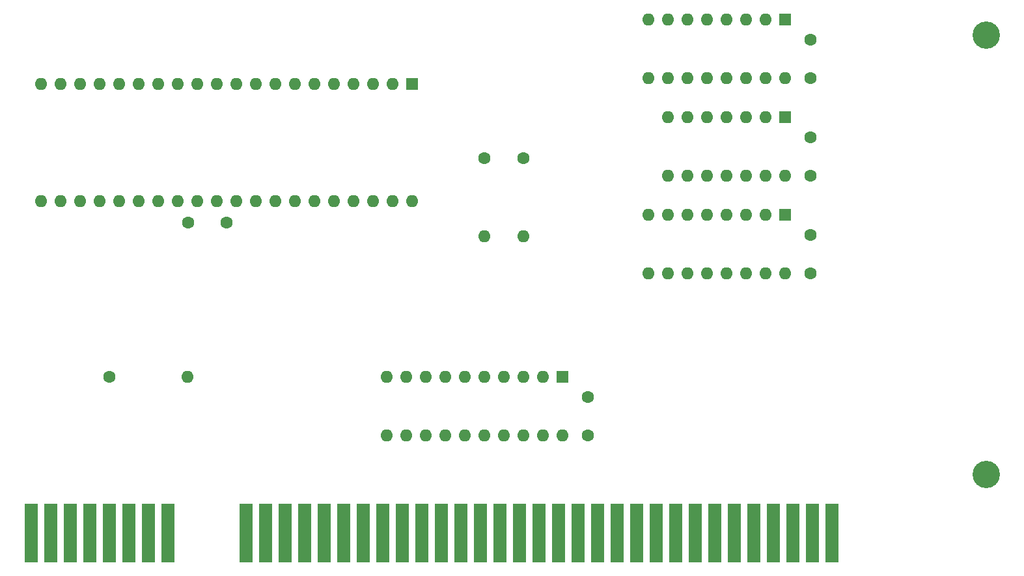
<source format=gbr>
G04 #@! TF.GenerationSoftware,KiCad,Pcbnew,(5.1.8)-1*
G04 #@! TF.CreationDate,2022-03-26T12:00:40-06:00*
G04 #@! TF.ProjectId,DMA,444d412e-6b69-4636-9164-5f7063625858,rev?*
G04 #@! TF.SameCoordinates,Original*
G04 #@! TF.FileFunction,Soldermask,Top*
G04 #@! TF.FilePolarity,Negative*
%FSLAX46Y46*%
G04 Gerber Fmt 4.6, Leading zero omitted, Abs format (unit mm)*
G04 Created by KiCad (PCBNEW (5.1.8)-1) date 2022-03-26 12:00:40*
%MOMM*%
%LPD*%
G01*
G04 APERTURE LIST*
%ADD10O,1.600000X1.600000*%
%ADD11C,1.600000*%
%ADD12R,1.780000X7.620000*%
%ADD13R,1.600000X1.600000*%
%ADD14C,3.556000*%
G04 APERTURE END LIST*
D10*
G04 #@! TO.C,R3*
X121404380Y-91160600D03*
D11*
X121404380Y-81000600D03*
G04 #@! TD*
D10*
G04 #@! TO.C,R2*
X77716380Y-109448600D03*
D11*
X67556380Y-109448600D03*
G04 #@! TD*
D12*
G04 #@! TO.C,J9*
X85336380Y-129768600D03*
X87876380Y-129768600D03*
X90416380Y-129768600D03*
X92956380Y-129768600D03*
X95496380Y-129768600D03*
X98036380Y-129768600D03*
X100576380Y-129768600D03*
X103116380Y-129768600D03*
X105656380Y-129768600D03*
X108196380Y-129768600D03*
X110736380Y-129768600D03*
X113276380Y-129768600D03*
X115816380Y-129768600D03*
X118356380Y-129768600D03*
X120896380Y-129768600D03*
X123436380Y-129768600D03*
X125976380Y-129768600D03*
X128516380Y-129768600D03*
X131056380Y-129768600D03*
X133596380Y-129768600D03*
X136136380Y-129768600D03*
X138676380Y-129768600D03*
X141216380Y-129768600D03*
X143756380Y-129768600D03*
X146296380Y-129768600D03*
X148836380Y-129768600D03*
X151376380Y-129768600D03*
X153916380Y-129768600D03*
X156456380Y-129768600D03*
X158996380Y-129768600D03*
X161536380Y-129768600D03*
G04 #@! TD*
D10*
G04 #@! TO.C,U2*
X155440380Y-70586600D03*
X137660380Y-62966600D03*
X152900380Y-70586600D03*
X140200380Y-62966600D03*
X150360380Y-70586600D03*
X142740380Y-62966600D03*
X147820380Y-70586600D03*
X145280380Y-62966600D03*
X145280380Y-70586600D03*
X147820380Y-62966600D03*
X142740380Y-70586600D03*
X150360380Y-62966600D03*
X140200380Y-70586600D03*
X152900380Y-62966600D03*
X137660380Y-70586600D03*
D13*
X155440380Y-62966600D03*
G04 #@! TD*
D10*
G04 #@! TO.C,U1*
X106926380Y-86588600D03*
X58666380Y-71348600D03*
X104386380Y-86588600D03*
X61206380Y-71348600D03*
X101846380Y-86588600D03*
X63746380Y-71348600D03*
X99306380Y-86588600D03*
X66286380Y-71348600D03*
X96766380Y-86588600D03*
X68826380Y-71348600D03*
X94226380Y-86588600D03*
X71366380Y-71348600D03*
X91686380Y-86588600D03*
X73906380Y-71348600D03*
X89146380Y-86588600D03*
X76446380Y-71348600D03*
X86606380Y-86588600D03*
X78986380Y-71348600D03*
X84066380Y-86588600D03*
X81526380Y-71348600D03*
X81526380Y-86588600D03*
X84066380Y-71348600D03*
X78986380Y-86588600D03*
X86606380Y-71348600D03*
X76446380Y-86588600D03*
X89146380Y-71348600D03*
X73906380Y-86588600D03*
X91686380Y-71348600D03*
X71366380Y-86588600D03*
X94226380Y-71348600D03*
X68826380Y-86588600D03*
X96766380Y-71348600D03*
X66286380Y-86588600D03*
X99306380Y-71348600D03*
X63746380Y-86588600D03*
X101846380Y-71348600D03*
X61206380Y-86588600D03*
X104386380Y-71348600D03*
X58666380Y-86588600D03*
D13*
X106926380Y-71348600D03*
G04 #@! TD*
D10*
G04 #@! TO.C,U4*
X155440380Y-95986600D03*
X137660380Y-88366600D03*
X152900380Y-95986600D03*
X140200380Y-88366600D03*
X150360380Y-95986600D03*
X142740380Y-88366600D03*
X147820380Y-95986600D03*
X145280380Y-88366600D03*
X145280380Y-95986600D03*
X147820380Y-88366600D03*
X142740380Y-95986600D03*
X150360380Y-88366600D03*
X140200380Y-95986600D03*
X152900380Y-88366600D03*
X137660380Y-95986600D03*
D13*
X155440380Y-88366600D03*
G04 #@! TD*
D10*
G04 #@! TO.C,U3*
X155440380Y-83286600D03*
X140200380Y-75666600D03*
X152900380Y-83286600D03*
X142740380Y-75666600D03*
X150360380Y-83286600D03*
X145280380Y-75666600D03*
X147820380Y-83286600D03*
X147820380Y-75666600D03*
X145280380Y-83286600D03*
X150360380Y-75666600D03*
X142740380Y-83286600D03*
X152900380Y-75666600D03*
X140200380Y-83286600D03*
D13*
X155440380Y-75666600D03*
G04 #@! TD*
D10*
G04 #@! TO.C,R1*
X116324380Y-91160600D03*
D11*
X116324380Y-81000600D03*
G04 #@! TD*
G04 #@! TO.C,C5*
X129786380Y-117068600D03*
X129786380Y-112068600D03*
G04 #@! TD*
G04 #@! TO.C,C4*
X158742380Y-95986600D03*
X158742380Y-90986600D03*
G04 #@! TD*
G04 #@! TO.C,C3*
X158742380Y-83286600D03*
X158742380Y-78286600D03*
G04 #@! TD*
G04 #@! TO.C,C2*
X82796380Y-89382600D03*
X77796380Y-89382600D03*
G04 #@! TD*
G04 #@! TO.C,C1*
X158742380Y-70586600D03*
X158742380Y-65586600D03*
G04 #@! TD*
D10*
G04 #@! TO.C,U5*
X126484380Y-117068600D03*
X103624380Y-109448600D03*
X123944380Y-117068600D03*
X106164380Y-109448600D03*
X121404380Y-117068600D03*
X108704380Y-109448600D03*
X118864380Y-117068600D03*
X111244380Y-109448600D03*
X116324380Y-117068600D03*
X113784380Y-109448600D03*
X113784380Y-117068600D03*
X116324380Y-109448600D03*
X111244380Y-117068600D03*
X118864380Y-109448600D03*
X108704380Y-117068600D03*
X121404380Y-109448600D03*
X106164380Y-117068600D03*
X123944380Y-109448600D03*
X103624380Y-117068600D03*
D13*
X126484380Y-109448600D03*
G04 #@! TD*
D14*
G04 #@! TO.C,R*
X181602380Y-122148600D03*
G04 #@! TD*
D12*
G04 #@! TO.C,J1*
X57396380Y-129768600D03*
X59936380Y-129768600D03*
X62476380Y-129768600D03*
X65016380Y-129768600D03*
X67556380Y-129768600D03*
X70096380Y-129768600D03*
X72636380Y-129768600D03*
X75176380Y-129768600D03*
G04 #@! TD*
D14*
G04 #@! TO.C,R*
X181602380Y-64998600D03*
G04 #@! TD*
M02*

</source>
